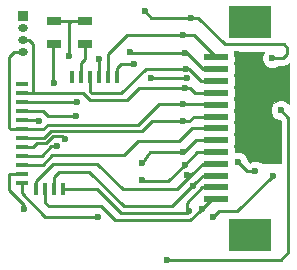
<source format=gbl>
G04 #@! TF.FileFunction,Copper,L2,Bot,Signal*
%FSLAX46Y46*%
G04 Gerber Fmt 4.6, Leading zero omitted, Abs format (unit mm)*
G04 Created by KiCad (PCBNEW 4.0.6) date 04/13/18 15:31:21*
%MOMM*%
%LPD*%
G01*
G04 APERTURE LIST*
%ADD10C,0.100000*%
%ADD11R,2.000000X0.610000*%
%ADD12R,3.600000X2.680000*%
%ADD13R,0.850000X0.850000*%
%ADD14O,0.850000X0.700000*%
%ADD15R,0.410000X1.000000*%
%ADD16R,1.000000X0.410000*%
%ADD17R,1.300000X0.700000*%
%ADD18C,0.600000*%
%ADD19C,0.250000*%
G04 APERTURE END LIST*
D10*
D11*
X167600000Y-86000000D03*
X167600000Y-87000000D03*
X167600000Y-88000000D03*
X167600000Y-89000000D03*
X167600000Y-90000000D03*
X167600000Y-91000000D03*
X167600000Y-92000000D03*
X167600000Y-93000000D03*
X167600000Y-94000000D03*
X167600000Y-95000000D03*
X167600000Y-96000000D03*
X167600000Y-97000000D03*
X167600000Y-98000000D03*
D12*
X170400000Y-83010000D03*
X170400000Y-100990000D03*
D13*
X151200000Y-82500000D03*
D14*
X151200000Y-83500000D03*
X151200000Y-84500000D03*
X151200000Y-85500000D03*
D15*
X155400000Y-87685000D03*
X154630000Y-97175000D03*
X153870000Y-97175000D03*
X153110000Y-97175000D03*
X152350000Y-97175000D03*
D16*
X151110000Y-96615000D03*
X151110000Y-95855000D03*
X151110000Y-95095000D03*
X151110000Y-94335000D03*
X151110000Y-93575000D03*
X151110000Y-92805000D03*
X151110000Y-92045000D03*
X151110000Y-91285000D03*
X151110000Y-90525000D03*
X151110000Y-89765000D03*
X151110000Y-88995000D03*
X151110000Y-88235000D03*
D15*
X156160000Y-87685000D03*
X156920000Y-87685000D03*
X157680000Y-87685000D03*
X158440000Y-87685000D03*
X159210000Y-87685000D03*
D17*
X156475000Y-82950000D03*
X156475000Y-84850000D03*
X153825000Y-82925000D03*
X153825000Y-84825000D03*
D18*
X172325000Y-86050000D03*
X161525000Y-82100000D03*
X165450000Y-82625000D03*
X152600000Y-91400000D03*
X162100000Y-87775000D03*
X165100000Y-87775000D03*
X160625000Y-86575000D03*
X155100000Y-85900000D03*
X164750000Y-84075000D03*
X164950000Y-85650000D03*
X160250000Y-85525000D03*
X157650000Y-86125000D03*
X165000000Y-86975000D03*
X164950000Y-88575000D03*
X164775000Y-89925000D03*
X164775000Y-91375000D03*
X166400000Y-98800000D03*
X151300000Y-98800000D03*
X161300000Y-94900000D03*
X164800000Y-94025000D03*
X157600000Y-99500000D03*
X161300000Y-96400000D03*
X164900000Y-95075000D03*
X165150000Y-95975000D03*
X165600000Y-96875000D03*
X165275000Y-99000000D03*
X155725000Y-90950000D03*
X155825000Y-89775000D03*
X167300000Y-99500000D03*
X172350000Y-96000000D03*
X173050000Y-90450000D03*
X163400000Y-103150000D03*
X170900000Y-95600000D03*
X169400000Y-94850000D03*
X153825000Y-88150000D03*
X154775000Y-92900000D03*
X154125000Y-93525000D03*
X171075000Y-85825000D03*
X171050000Y-86525000D03*
X169300000Y-85700000D03*
X169900000Y-86125000D03*
D19*
X172325000Y-86050000D02*
X173250000Y-86050000D01*
X166025000Y-82625000D02*
X165450000Y-82625000D01*
X168300000Y-84900000D02*
X166025000Y-82625000D01*
X173300000Y-84900000D02*
X168300000Y-84900000D01*
X173600000Y-85200000D02*
X173300000Y-84900000D01*
X173600000Y-85700000D02*
X173600000Y-85200000D01*
X173250000Y-86050000D02*
X173600000Y-85700000D01*
X165450000Y-82625000D02*
X162050000Y-82625000D01*
X162050000Y-82625000D02*
X161525000Y-82100000D01*
X152485000Y-91285000D02*
X152600000Y-91400000D01*
X152485000Y-91285000D02*
X151110000Y-91285000D01*
X165100000Y-87775000D02*
X162100000Y-87775000D01*
X159210000Y-87685000D02*
X159210000Y-86865000D01*
X159210000Y-86865000D02*
X159500000Y-86575000D01*
X159500000Y-86575000D02*
X160625000Y-86575000D01*
X155100000Y-85900000D02*
X155100000Y-83150000D01*
X155100000Y-83150000D02*
X155300000Y-82950000D01*
X156475000Y-82950000D02*
X155300000Y-82950000D01*
X155300000Y-82950000D02*
X153850000Y-82950000D01*
X153850000Y-82950000D02*
X153825000Y-82925000D01*
X164750000Y-84075000D02*
X165675000Y-84075000D01*
X158440000Y-87685000D02*
X158440000Y-85685000D01*
X165675000Y-84075000D02*
X167600000Y-86000000D01*
X160050000Y-84075000D02*
X164750000Y-84075000D01*
X158440000Y-85685000D02*
X160050000Y-84075000D01*
X164950000Y-85650000D02*
X165100000Y-85650000D01*
X166450000Y-87000000D02*
X167600000Y-87000000D01*
X165100000Y-85650000D02*
X166450000Y-87000000D01*
X157680000Y-87685000D02*
X157680000Y-86155000D01*
X160375000Y-85650000D02*
X164950000Y-85650000D01*
X160250000Y-85525000D02*
X160375000Y-85650000D01*
X157680000Y-86155000D02*
X157650000Y-86125000D01*
X165000000Y-86975000D02*
X165250000Y-86975000D01*
X166275000Y-88000000D02*
X167600000Y-88000000D01*
X165250000Y-86975000D02*
X166275000Y-88000000D01*
X156920000Y-87685000D02*
X156920000Y-88920000D01*
X161600000Y-86950000D02*
X165000000Y-86975000D01*
X159500000Y-89050000D02*
X161600000Y-86950000D01*
X157050000Y-89050000D02*
X159500000Y-89050000D01*
X156920000Y-88920000D02*
X157050000Y-89050000D01*
X151200000Y-84500000D02*
X151750000Y-84500000D01*
X152100000Y-84850000D02*
X152100000Y-88995000D01*
X151750000Y-84500000D02*
X152100000Y-84850000D01*
X151110000Y-88995000D02*
X152100000Y-88995000D01*
X152100000Y-88995000D02*
X156295000Y-88995000D01*
X161025000Y-88575000D02*
X164950000Y-88575000D01*
X160000000Y-89600000D02*
X161025000Y-88575000D01*
X156900000Y-89600000D02*
X160000000Y-89600000D01*
X156295000Y-88995000D02*
X156900000Y-89600000D01*
X165150000Y-88625000D02*
X165150000Y-88550000D01*
X165075000Y-88550000D02*
X165150000Y-88625000D01*
X164975000Y-88550000D02*
X165075000Y-88550000D01*
X164950000Y-88575000D02*
X164975000Y-88550000D01*
X165775000Y-89000000D02*
X167600000Y-89000000D01*
X165325000Y-88550000D02*
X165775000Y-89000000D01*
X165150000Y-88550000D02*
X165325000Y-88550000D01*
X151110000Y-92045000D02*
X152955000Y-92045000D01*
X162775000Y-89925000D02*
X164775000Y-89925000D01*
X161000000Y-91700000D02*
X162775000Y-89925000D01*
X153300000Y-91700000D02*
X161000000Y-91700000D01*
X152955000Y-92045000D02*
X153300000Y-91700000D01*
X151200000Y-85500000D02*
X150475000Y-85500000D01*
X150120000Y-92045000D02*
X151110000Y-92045000D01*
X150000000Y-91925000D02*
X150120000Y-92045000D01*
X150000000Y-85975000D02*
X150000000Y-91925000D01*
X150475000Y-85500000D02*
X150000000Y-85975000D01*
X164775000Y-89925000D02*
X164975000Y-89925000D01*
X164975000Y-89925000D02*
X167525000Y-89925000D01*
X167525000Y-89925000D02*
X167600000Y-90000000D01*
X151110000Y-92805000D02*
X152995000Y-92805000D01*
X162125000Y-91375000D02*
X164775000Y-91375000D01*
X161300000Y-92200000D02*
X162125000Y-91375000D01*
X153600000Y-92200000D02*
X161300000Y-92200000D01*
X152995000Y-92805000D02*
X153600000Y-92200000D01*
X164775000Y-91375000D02*
X164850000Y-91375000D01*
X165675000Y-91000000D02*
X167600000Y-91000000D01*
X165300000Y-91375000D02*
X165675000Y-91000000D01*
X164850000Y-91375000D02*
X165300000Y-91375000D01*
X166400000Y-98800000D02*
X166200000Y-99000000D01*
X153110000Y-97175000D02*
X153110000Y-98310000D01*
X165400000Y-99800000D02*
X166200000Y-99000000D01*
X166200000Y-99000000D02*
X167200000Y-98000000D01*
X159000000Y-99800000D02*
X165400000Y-99800000D01*
X157800000Y-98600000D02*
X159000000Y-99800000D01*
X153400000Y-98600000D02*
X157800000Y-98600000D01*
X153110000Y-98310000D02*
X153400000Y-98600000D01*
X167200000Y-98000000D02*
X167600000Y-98000000D01*
X150045000Y-95855000D02*
X150000000Y-95900000D01*
X150000000Y-95900000D02*
X150000000Y-97200000D01*
X150000000Y-97200000D02*
X151300000Y-98500000D01*
X151300000Y-98500000D02*
X151300000Y-98800000D01*
X161300000Y-94900000D02*
X161975000Y-94025000D01*
X164800000Y-94025000D02*
X161975000Y-94025000D01*
X150045000Y-95855000D02*
X151110000Y-95855000D01*
X164800000Y-94025000D02*
X164825000Y-94025000D01*
X165850000Y-93000000D02*
X167600000Y-93000000D01*
X164825000Y-94025000D02*
X165850000Y-93000000D01*
X164837500Y-93987500D02*
X164837500Y-93962500D01*
X164800000Y-94025000D02*
X164837500Y-93987500D01*
X164725000Y-94075000D02*
X164837500Y-93962500D01*
X151110000Y-97510000D02*
X153100000Y-99500000D01*
X153100000Y-99500000D02*
X157600000Y-99500000D01*
X151110000Y-96615000D02*
X151110000Y-97510000D01*
X163475000Y-96500000D02*
X164900000Y-95075000D01*
X161300000Y-96500000D02*
X163475000Y-96500000D01*
X161300000Y-96400000D02*
X161300000Y-96500000D01*
X165975000Y-94000000D02*
X167600000Y-94000000D01*
X164900000Y-95075000D02*
X165975000Y-94000000D01*
X165237500Y-95887500D02*
X165537500Y-95887500D01*
X165150000Y-95975000D02*
X165237500Y-95887500D01*
X152350000Y-97175000D02*
X152350000Y-96425000D01*
X166425000Y-95000000D02*
X167600000Y-95000000D01*
X164250000Y-97175000D02*
X165537500Y-95887500D01*
X165537500Y-95887500D02*
X166425000Y-95000000D01*
X159700000Y-97175000D02*
X164250000Y-97175000D01*
X157525000Y-95000000D02*
X159700000Y-97175000D01*
X153775000Y-95000000D02*
X157525000Y-95000000D01*
X152350000Y-96425000D02*
X153775000Y-95000000D01*
X165600000Y-96875000D02*
X165912500Y-96562500D01*
X165912500Y-96562500D02*
X165900000Y-96550000D01*
X165900000Y-96550000D02*
X165900000Y-96575000D01*
X153870000Y-97175000D02*
X153870000Y-96105000D01*
X166475000Y-96000000D02*
X167600000Y-96000000D01*
X163875000Y-98600000D02*
X165900000Y-96575000D01*
X165900000Y-96575000D02*
X166475000Y-96000000D01*
X159750000Y-98600000D02*
X163875000Y-98600000D01*
X156825000Y-95675000D02*
X159750000Y-98600000D01*
X154300000Y-95675000D02*
X156825000Y-95675000D01*
X153870000Y-96105000D02*
X154300000Y-95675000D01*
X154630000Y-97175000D02*
X157475000Y-97175000D01*
X165075000Y-99200000D02*
X165275000Y-99000000D01*
X159500000Y-99200000D02*
X165075000Y-99200000D01*
X157475000Y-97175000D02*
X159500000Y-99200000D01*
X165075000Y-98800000D02*
X165075000Y-98650000D01*
X165275000Y-99000000D02*
X165075000Y-98800000D01*
X166375000Y-97000000D02*
X167600000Y-97000000D01*
X165075000Y-98300000D02*
X166375000Y-97000000D01*
X165075000Y-98650000D02*
X165075000Y-98300000D01*
X151110000Y-95095000D02*
X152905000Y-95095000D01*
X165500000Y-92000000D02*
X167600000Y-92000000D01*
X164400000Y-93100000D02*
X165500000Y-92000000D01*
X161000000Y-93100000D02*
X164400000Y-93100000D01*
X159800000Y-94300000D02*
X161000000Y-93100000D01*
X153700000Y-94300000D02*
X159800000Y-94300000D01*
X152905000Y-95095000D02*
X153700000Y-94300000D01*
X151110000Y-90525000D02*
X152900000Y-90525000D01*
X153325000Y-90950000D02*
X155725000Y-90950000D01*
X152900000Y-90525000D02*
X153325000Y-90950000D01*
X151110000Y-89765000D02*
X155265000Y-89765000D01*
X155275000Y-89775000D02*
X155825000Y-89775000D01*
X155265000Y-89765000D02*
X155275000Y-89775000D01*
X167300000Y-99500000D02*
X167800000Y-99000000D01*
X167800000Y-99000000D02*
X169350000Y-99000000D01*
X169350000Y-99000000D02*
X172350000Y-96000000D01*
X173700000Y-91100000D02*
X173050000Y-90450000D01*
X173700000Y-102500000D02*
X173700000Y-91100000D01*
X173050000Y-103150000D02*
X173700000Y-102500000D01*
X163400000Y-103150000D02*
X173050000Y-103150000D01*
X170150000Y-95600000D02*
X170900000Y-95600000D01*
X169400000Y-94850000D02*
X170150000Y-95600000D01*
X151110000Y-93575000D02*
X152075000Y-93575000D01*
X153800000Y-88125000D02*
X153800000Y-88200000D01*
X153825000Y-88150000D02*
X153800000Y-88125000D01*
X154525002Y-92650002D02*
X154775000Y-92900000D01*
X153786396Y-92650002D02*
X154525002Y-92650002D01*
X153181396Y-93255002D02*
X153786396Y-92650002D01*
X152394998Y-93255002D02*
X153181396Y-93255002D01*
X152075000Y-93575000D02*
X152394998Y-93255002D01*
X153800000Y-88200000D02*
X153800000Y-85150000D01*
X153800000Y-85150000D02*
X153700000Y-85050000D01*
X153800000Y-88200000D02*
X153875000Y-88125000D01*
X156500000Y-85050000D02*
X156500000Y-86100000D01*
X156500000Y-86100000D02*
X156160000Y-86440000D01*
X156160000Y-86440000D02*
X156160000Y-87685000D01*
X152790000Y-94335000D02*
X153600000Y-93525000D01*
X153600000Y-93525000D02*
X154125000Y-93525000D01*
X152790000Y-94335000D02*
X151110000Y-94335000D01*
X171075000Y-86500000D02*
X171075000Y-85825000D01*
X171050000Y-86525000D02*
X171075000Y-86500000D01*
X169450000Y-85800000D02*
X169400000Y-85800000D01*
X169400000Y-85800000D02*
X169300000Y-85700000D01*
X169900000Y-86125000D02*
X169900000Y-86000000D01*
D10*
G36*
X171475148Y-85880183D02*
X171474853Y-86218334D01*
X171603985Y-86530857D01*
X171842885Y-86770174D01*
X172155183Y-86899852D01*
X172493334Y-86900147D01*
X172805857Y-86771015D01*
X172851952Y-86725000D01*
X173250000Y-86725000D01*
X173508312Y-86673619D01*
X173727297Y-86527297D01*
X173775000Y-86479594D01*
X173775000Y-89978787D01*
X173771015Y-89969143D01*
X173532115Y-89729826D01*
X173219817Y-89600148D01*
X172881666Y-89599853D01*
X172569143Y-89728985D01*
X172329826Y-89967885D01*
X172200148Y-90280183D01*
X172199853Y-90618334D01*
X172328985Y-90930857D01*
X172567885Y-91170174D01*
X172880183Y-91299852D01*
X172945315Y-91299909D01*
X173025000Y-91379594D01*
X173025000Y-94950000D01*
X171452167Y-94950000D01*
X171382115Y-94879826D01*
X171069817Y-94750148D01*
X170731666Y-94749853D01*
X170419143Y-94878985D01*
X170401345Y-94896751D01*
X170250091Y-94745497D01*
X170250147Y-94681666D01*
X170121015Y-94369143D01*
X169882115Y-94129826D01*
X169569817Y-94000148D01*
X169231666Y-93999853D01*
X169160775Y-94029145D01*
X169160775Y-93695000D01*
X169122736Y-93492842D01*
X169160775Y-93305000D01*
X169160775Y-92695000D01*
X169122736Y-92492842D01*
X169160775Y-92305000D01*
X169160775Y-91695000D01*
X169122736Y-91492842D01*
X169160775Y-91305000D01*
X169160775Y-90695000D01*
X169122736Y-90492842D01*
X169160775Y-90305000D01*
X169160775Y-89695000D01*
X169122736Y-89492842D01*
X169160775Y-89305000D01*
X169160775Y-88695000D01*
X169122736Y-88492842D01*
X169160775Y-88305000D01*
X169160775Y-87695000D01*
X169122736Y-87492842D01*
X169160775Y-87305000D01*
X169160775Y-86695000D01*
X169122736Y-86492842D01*
X169160775Y-86305000D01*
X169160775Y-85695000D01*
X169138195Y-85575000D01*
X171601872Y-85575000D01*
X171475148Y-85880183D01*
X171475148Y-85880183D01*
G37*
X171475148Y-85880183D02*
X171474853Y-86218334D01*
X171603985Y-86530857D01*
X171842885Y-86770174D01*
X172155183Y-86899852D01*
X172493334Y-86900147D01*
X172805857Y-86771015D01*
X172851952Y-86725000D01*
X173250000Y-86725000D01*
X173508312Y-86673619D01*
X173727297Y-86527297D01*
X173775000Y-86479594D01*
X173775000Y-89978787D01*
X173771015Y-89969143D01*
X173532115Y-89729826D01*
X173219817Y-89600148D01*
X172881666Y-89599853D01*
X172569143Y-89728985D01*
X172329826Y-89967885D01*
X172200148Y-90280183D01*
X172199853Y-90618334D01*
X172328985Y-90930857D01*
X172567885Y-91170174D01*
X172880183Y-91299852D01*
X172945315Y-91299909D01*
X173025000Y-91379594D01*
X173025000Y-94950000D01*
X171452167Y-94950000D01*
X171382115Y-94879826D01*
X171069817Y-94750148D01*
X170731666Y-94749853D01*
X170419143Y-94878985D01*
X170401345Y-94896751D01*
X170250091Y-94745497D01*
X170250147Y-94681666D01*
X170121015Y-94369143D01*
X169882115Y-94129826D01*
X169569817Y-94000148D01*
X169231666Y-93999853D01*
X169160775Y-94029145D01*
X169160775Y-93695000D01*
X169122736Y-93492842D01*
X169160775Y-93305000D01*
X169160775Y-92695000D01*
X169122736Y-92492842D01*
X169160775Y-92305000D01*
X169160775Y-91695000D01*
X169122736Y-91492842D01*
X169160775Y-91305000D01*
X169160775Y-90695000D01*
X169122736Y-90492842D01*
X169160775Y-90305000D01*
X169160775Y-89695000D01*
X169122736Y-89492842D01*
X169160775Y-89305000D01*
X169160775Y-88695000D01*
X169122736Y-88492842D01*
X169160775Y-88305000D01*
X169160775Y-87695000D01*
X169122736Y-87492842D01*
X169160775Y-87305000D01*
X169160775Y-86695000D01*
X169122736Y-86492842D01*
X169160775Y-86305000D01*
X169160775Y-85695000D01*
X169138195Y-85575000D01*
X171601872Y-85575000D01*
X171475148Y-85880183D01*
M02*

</source>
